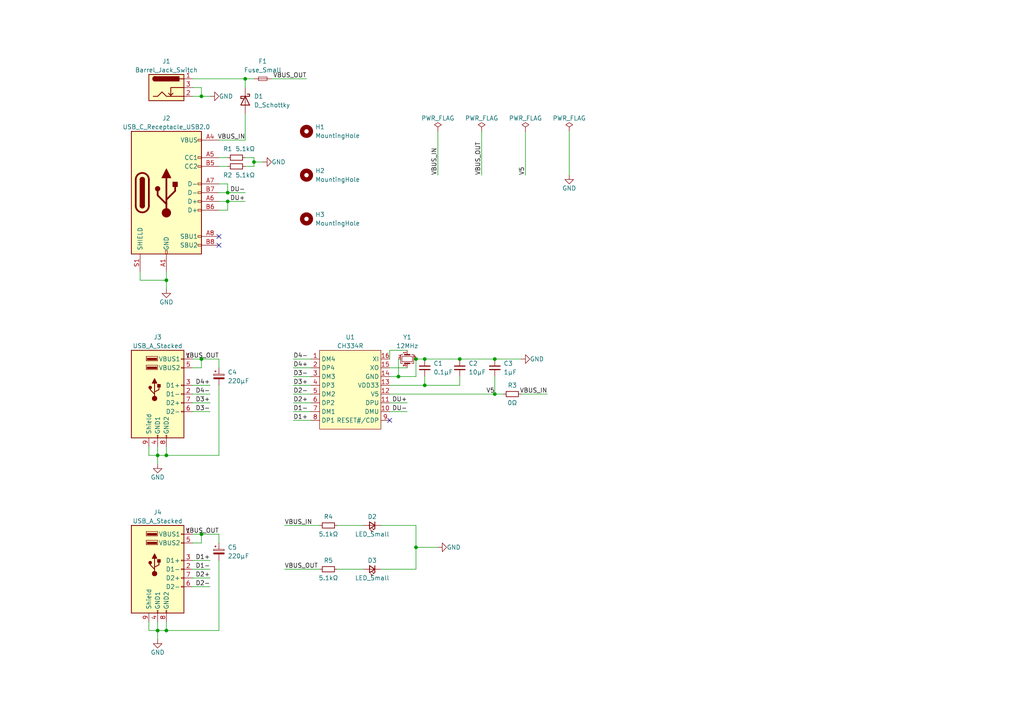
<source format=kicad_sch>
(kicad_sch (version 20211123) (generator eeschema)
  (paper "A4")
  (title_block (title "TinyHub - 4-Port USB Hub with Multi-TT") (date "2022-11-30") (rev "Rev A.2") (company "Metro94 <flattiles@gmail.com>"))
  (lib_symbols
    (symbol "Connector:Barrel_Jack_Switch" (pin_names hide)
      (property "Reference" "J" (at 0 5.334 0))
      (property "Value" "Barrel_Jack_Switch" (at 0 -5.08 0))
      (symbol "Barrel_Jack_Switch_0_1"
        (rectangle (start -5.08 3.81) (end 5.08 -3.81) (stroke (width 0.254)) (fill (type background)))
        (arc (start -3.302 3.175) (mid -3.937 2.54) (end -3.302 1.905) (stroke (width 0.254)))
        (arc (start -3.302 3.175) (mid -3.937 2.54) (end -3.302 1.905) (stroke (width 0.254)) (fill (type outline)))
        (polyline (pts (xy 1.27 -2.286) (xy 1.905 -1.651)) (stroke (width 0.254)))
        (polyline (pts (xy 5.08 2.54) (xy 3.81 2.54)) (stroke (width 0.254)))
        (polyline (pts (xy 5.08 0) (xy 1.27 0) (xy 1.27 -2.286) (xy 0.635 -1.651)) (stroke (width 0.254)))
        (polyline (pts (xy -3.81 -2.54) (xy -2.54 -2.54) (xy -1.27 -1.27) (xy 0 -2.54) (xy 2.54 -2.54) (xy 5.08 -2.54)) (stroke (width 0.254)))
        (rectangle (start 3.683 3.175) (end -3.302 1.905) (stroke (width 0.254)) (fill (type outline)))
      )
      (symbol "Barrel_Jack_Switch_1_1"
        (pin passive line (at 7.62 2.54 180) (length 2.54) (name "~") (number "1"))
        (pin passive line (at 7.62 -2.54 180) (length 2.54) (name "~") (number "2"))
        (pin passive line (at 7.62 0 180) (length 2.54) (name "~") (number "3"))
      )
    )
    (symbol "Connector:USB_A_Stacked" (pin_names (offset 1.016))
      (property "Reference" "J" (at 0 15.875 0))
      (property "Value" "USB_A_Stacked" (at 0 13.97 0))
      (symbol "USB_A_Stacked_0_1"
        (rectangle (start -7.62 12.7) (end 7.62 -12.7) (stroke (width 0.254)) (fill (type background)))
        (circle (center -2.159 1.905) (radius 0.381) (stroke (width 0.254)) (fill (type outline)))
        (circle (center -0.889 -1.27) (radius 0.635) (stroke (width 0.254)) (fill (type outline)))
        (rectangle (start -0.254 7.366) (end -3.048 7.874) (fill (type outline)))
        (rectangle (start -0.254 9.906) (end -3.048 10.414) (fill (type outline)))
        (rectangle (start -0.127 -12.7) (end 0.127 -11.938))
        (polyline (pts (xy -1.524 3.175) (xy -0.254 3.175) (xy -0.889 4.445) (xy -1.524 3.175)) (stroke (width 0.254)) (fill (type outline)))
        (polyline (pts (xy -0.889 -0.635) (xy -0.889 0) (xy -2.159 1.27) (xy -2.159 1.905)) (stroke (width 0.254)))
        (polyline (pts (xy -0.889 0) (xy -0.889 0.635) (xy 0.381 1.27) (xy 0.381 2.54)) (stroke (width 0.254)))
        (rectangle (start 0 2.794) (end 0.762 2.032) (stroke (width 0.254)) (fill (type outline)))
        (rectangle (start 0 7.112) (end -3.302 8.382))
        (rectangle (start 0 9.652) (end -3.302 10.922))
        (rectangle (start 2.413 -12.7) (end 2.667 -11.938))
        (rectangle (start 7.62 -5.207) (end 6.858 -4.953))
        (rectangle (start 7.62 -2.667) (end 6.858 -2.413))
        (rectangle (start 7.62 -0.127) (end 6.858 0.127))
        (rectangle (start 7.62 2.413) (end 6.858 2.667))
        (rectangle (start 7.62 7.493) (end 6.858 7.747))
        (rectangle (start 7.62 10.033) (end 6.858 10.287))
      )
      (symbol "USB_A_Stacked_1_1"
        (polyline (pts (xy -0.889 0.635) (xy -0.889 3.175)) (stroke (width 0.254)))
        (pin power_in line (at 10.16 10.16 180) (length 2.54) (name "VBUS1") (number "1"))
        (pin bidirectional line (at 10.16 0 180) (length 2.54) (name "D1-") (number "2"))
        (pin bidirectional line (at 10.16 2.54 180) (length 2.54) (name "D1+") (number "3"))
        (pin power_in line (at 0 -15.24 90) (length 2.54) (name "GND1") (number "4"))
        (pin power_in line (at 10.16 7.62 180) (length 2.54) (name "VBUS2") (number "5"))
        (pin bidirectional line (at 10.16 -5.08 180) (length 2.54) (name "D2-") (number "6"))
        (pin bidirectional line (at 10.16 -2.54 180) (length 2.54) (name "D2+") (number "7"))
        (pin power_in line (at 2.54 -15.24 90) (length 2.54) (name "GND2") (number "8"))
        (pin passive line (at -2.54 -15.24 90) (length 2.54) (name "Shield") (number "9"))
      )
    )
    (symbol "Connector:USB_C_Receptacle_USB2.0" (pin_names (offset 1.016))
      (property "Reference" "J" (at -10.16 19.05 0))
      (property "Value" "USB_C_Receptacle_USB2.0" (at 19.05 19.05 0))
      (symbol "USB_C_Receptacle_USB2.0_0_0"
        (rectangle (start -0.254 -17.78) (end 0.254 -16.764))
        (rectangle (start 10.16 -14.986) (end 9.144 -15.494))
        (rectangle (start 10.16 -12.446) (end 9.144 -12.954))
        (rectangle (start 10.16 -4.826) (end 9.144 -5.334))
        (rectangle (start 10.16 -2.286) (end 9.144 -2.794))
        (rectangle (start 10.16 0.254) (end 9.144 -0.254))
        (rectangle (start 10.16 2.794) (end 9.144 2.286))
        (rectangle (start 10.16 7.874) (end 9.144 7.366))
        (rectangle (start 10.16 10.414) (end 9.144 9.906))
        (rectangle (start 10.16 15.494) (end 9.144 14.986))
      )
      (symbol "USB_C_Receptacle_USB2.0_0_1"
        (rectangle (start -10.16 17.78) (end 10.16 -17.78) (stroke (width 0.254)) (fill (type background)))
        (arc (start -8.89 -3.81) (mid -6.985 -5.715) (end -5.08 -3.81) (stroke (width 0.508)))
        (arc (start -7.62 -3.81) (mid -6.985 -4.445) (end -6.35 -3.81) (stroke (width 0.254)))
        (arc (start -7.62 -3.81) (mid -6.985 -4.445) (end -6.35 -3.81) (stroke (width 0.254)) (fill (type outline)))
        (rectangle (start -7.62 -3.81) (end -6.35 3.81) (stroke (width 0.254)) (fill (type outline)))
        (arc (start -6.35 3.81) (mid -6.985 4.445) (end -7.62 3.81) (stroke (width 0.254)))
        (arc (start -6.35 3.81) (mid -6.985 4.445) (end -7.62 3.81) (stroke (width 0.254)) (fill (type outline)))
        (arc (start -5.08 3.81) (mid -6.985 5.715) (end -8.89 3.81) (stroke (width 0.508)))
        (circle (center -2.54 1.143) (radius 0.635) (stroke (width 0.254)) (fill (type outline)))
        (circle (center 0 -5.842) (radius 1.27) (fill (type outline)))
        (polyline (pts (xy -8.89 -3.81) (xy -8.89 3.81)) (stroke (width 0.508)))
        (polyline (pts (xy -5.08 3.81) (xy -5.08 -3.81)) (stroke (width 0.508)))
        (polyline (pts (xy 0 -5.842) (xy 0 4.318)) (stroke (width 0.508)))
        (polyline (pts (xy 0 -3.302) (xy -2.54 -0.762) (xy -2.54 0.508)) (stroke (width 0.508)))
        (polyline (pts (xy 0 -2.032) (xy 2.54 0.508) (xy 2.54 1.778)) (stroke (width 0.508)))
        (polyline (pts (xy -1.27 4.318) (xy 0 6.858) (xy 1.27 4.318) (xy -1.27 4.318)) (stroke (width 0.254)) (fill (type outline)))
        (rectangle (start 1.905 1.778) (end 3.175 3.048) (stroke (width 0.254)) (fill (type outline)))
      )
      (symbol "USB_C_Receptacle_USB2.0_1_1"
        (pin passive line (at 0 -22.86 90) (length 5.08) (name "GND") (number "A1"))
        (pin passive line (at 0 -22.86 90) (length 5.08) hide (name "GND") (number "A12"))
        (pin passive line (at 15.24 15.24 180) (length 5.08) (name "VBUS") (number "A4"))
        (pin bidirectional line (at 15.24 10.16 180) (length 5.08) (name "CC1") (number "A5"))
        (pin bidirectional line (at 15.24 -2.54 180) (length 5.08) (name "D+") (number "A6"))
        (pin bidirectional line (at 15.24 2.54 180) (length 5.08) (name "D-") (number "A7"))
        (pin bidirectional line (at 15.24 -12.7 180) (length 5.08) (name "SBU1") (number "A8"))
        (pin passive line (at 15.24 15.24 180) (length 5.08) hide (name "VBUS") (number "A9"))
        (pin passive line (at 0 -22.86 90) (length 5.08) hide (name "GND") (number "B1"))
        (pin passive line (at 0 -22.86 90) (length 5.08) hide (name "GND") (number "B12"))
        (pin passive line (at 15.24 15.24 180) (length 5.08) hide (name "VBUS") (number "B4"))
        (pin bidirectional line (at 15.24 7.62 180) (length 5.08) (name "CC2") (number "B5"))
        (pin bidirectional line (at 15.24 -5.08 180) (length 5.08) (name "D+") (number "B6"))
        (pin bidirectional line (at 15.24 0 180) (length 5.08) (name "D-") (number "B7"))
        (pin bidirectional line (at 15.24 -15.24 180) (length 5.08) (name "SBU2") (number "B8"))
        (pin passive line (at 15.24 15.24 180) (length 5.08) hide (name "VBUS") (number "B9"))
        (pin passive line (at -7.62 -22.86 90) (length 5.08) (name "SHIELD") (number "S1"))
      )
    )
    (symbol "Device:C_Polarized_Small" (pin_numbers hide) (pin_names (offset 0.254) hide)
      (property "Reference" "C" (at 0.254 1.778 0))
      (property "Value" "C_Polarized_Small" (at 0.254 -2.032 0))
      (symbol "C_Polarized_Small_0_1"
        (rectangle (start -1.524 -0.3048) (end 1.524 -0.6858) (fill (type outline)))
        (rectangle (start -1.524 0.6858) (end 1.524 0.3048))
        (polyline (pts (xy -1.27 1.524) (xy -0.762 1.524)))
        (polyline (pts (xy -1.016 1.27) (xy -1.016 1.778)))
      )
      (symbol "C_Polarized_Small_1_1"
        (pin passive line (at 0 2.54 270) (length 1.8542) (name "~") (number "1"))
        (pin passive line (at 0 -2.54 90) (length 1.8542) (name "~") (number "2"))
      )
    )
    (symbol "Device:C_Small" (pin_numbers hide) (pin_names (offset 0.254) hide)
      (property "Reference" "C" (at 0.254 1.778 0))
      (property "Value" "C_Small" (at 0.254 -2.032 0))
      (symbol "C_Small_0_1"
        (polyline (pts (xy -1.524 -0.508) (xy 1.524 -0.508)) (stroke (width 0.3302)))
        (polyline (pts (xy -1.524 0.508) (xy 1.524 0.508)) (stroke (width 0.3048)))
      )
      (symbol "C_Small_1_1"
        (pin passive line (at 0 2.54 270) (length 2.032) (name "~") (number "1"))
        (pin passive line (at 0 -2.54 90) (length 2.032) (name "~") (number "2"))
      )
    )
    (symbol "Device:Crystal_GND24_Small" (pin_names (offset 1.016) hide)
      (property "Reference" "Y" (at 1.27 4.445 0))
      (property "Value" "Crystal_GND24_Small" (at 1.27 2.54 0))
      (symbol "Crystal_GND24_Small_0_1"
        (rectangle (start -0.762 -1.524) (end 0.762 1.524))
        (polyline (pts (xy -1.27 -0.762) (xy -1.27 0.762)) (stroke (width 0.381)))
        (polyline (pts (xy 1.27 -0.762) (xy 1.27 0.762)) (stroke (width 0.381)))
        (polyline (pts (xy -1.27 -1.27) (xy -1.27 -1.905) (xy 1.27 -1.905) (xy 1.27 -1.27)))
        (polyline (pts (xy -1.27 1.27) (xy -1.27 1.905) (xy 1.27 1.905) (xy 1.27 1.27)))
      )
      (symbol "Crystal_GND24_Small_1_1"
        (pin passive line (at -2.54 0 0) (length 1.27) (name "1") (number "1"))
        (pin passive line (at 0 -2.54 90) (length 0.635) (name "2") (number "2"))
        (pin passive line (at 2.54 0 180) (length 1.27) (name "3") (number "3"))
        (pin passive line (at 0 2.54 270) (length 0.635) (name "4") (number "4"))
      )
    )
    (symbol "Device:D_Schottky" (pin_numbers hide) (pin_names (offset 1.016) hide)
      (property "Reference" "D" (at 0 2.54 0))
      (property "Value" "D_Schottky" (at 0 -2.54 0))
      (symbol "D_Schottky_0_1"
        (polyline (pts (xy 1.27 0) (xy -1.27 0)))
        (polyline (pts (xy 1.27 1.27) (xy 1.27 -1.27) (xy -1.27 0) (xy 1.27 1.27)) (stroke (width 0.254)))
        (polyline (pts (xy -1.905 0.635) (xy -1.905 1.27) (xy -1.27 1.27) (xy -1.27 -1.27) (xy -0.635 -1.27) (xy -0.635 -0.635)) (stroke (width 0.254)))
      )
      (symbol "D_Schottky_1_1"
        (pin passive line (at -3.81 0 0) (length 2.54) (name "K") (number "1"))
        (pin passive line (at 3.81 0 180) (length 2.54) (name "A") (number "2"))
      )
    )
    (symbol "Device:Fuse_Small" (pin_numbers hide) (pin_names (offset 0.254) hide)
      (property "Reference" "F" (at 0 -1.524 0))
      (property "Value" "Fuse_Small" (at 0 1.524 0))
      (symbol "Fuse_Small_0_1"
        (rectangle (start -1.27 0.508) (end 1.27 -0.508))
        (polyline (pts (xy -1.27 0) (xy 1.27 0)))
      )
      (symbol "Fuse_Small_1_1"
        (pin passive line (at -2.54 0 0) (length 1.27) (name "~") (number "1"))
        (pin passive line (at 2.54 0 180) (length 1.27) (name "~") (number "2"))
      )
    )
    (symbol "Device:LED_Small" (pin_numbers hide) (pin_names (offset 0.254) hide)
      (property "Reference" "D" (at -1.27 3.175 0))
      (property "Value" "LED_Small" (at -4.445 -2.54 0))
      (symbol "LED_Small_0_1"
        (polyline (pts (xy -0.762 -1.016) (xy -0.762 1.016)) (stroke (width 0.254)))
        (polyline (pts (xy 1.016 0) (xy -0.762 0)))
        (polyline (pts (xy 0.762 -1.016) (xy -0.762 0) (xy 0.762 1.016) (xy 0.762 -1.016)) (stroke (width 0.254)))
        (polyline (pts (xy 0 0.762) (xy -0.508 1.27) (xy -0.254 1.27) (xy -0.508 1.27) (xy -0.508 1.016)))
        (polyline (pts (xy 0.508 1.27) (xy 0 1.778) (xy 0.254 1.778) (xy 0 1.778) (xy 0 1.524)))
      )
      (symbol "LED_Small_1_1"
        (pin passive line (at -2.54 0 0) (length 1.778) (name "K") (number "1"))
        (pin passive line (at 2.54 0 180) (length 1.778) (name "A") (number "2"))
      )
    )
    (symbol "Device:R_Small" (pin_numbers hide) (pin_names (offset 0.254) hide)
      (property "Reference" "R" (at 0.762 0.508 0))
      (property "Value" "R_Small" (at 0.762 -1.016 0))
      (symbol "R_Small_0_1"
        (rectangle (start -0.762 1.778) (end 0.762 -1.778) (stroke (width 0.2032)))
      )
      (symbol "R_Small_1_1"
        (pin passive line (at 0 2.54 270) (length 0.762) (name "~") (number "1"))
        (pin passive line (at 0 -2.54 90) (length 0.762) (name "~") (number "2"))
      )
    )
    (symbol "Mechanical:MountingHole" (pin_names (offset 1.016))
      (property "Reference" "H" (at 0 5.08 0))
      (property "Value" "MountingHole" (at 0 3.175 0))
      (symbol "MountingHole_0_1"
        (circle (center 0 0) (radius 1.27) (stroke (width 1.27)))
      )
    )
    (symbol "WCH_USB:CH334R"
      (property "Reference" "U" (at 0 3.81 0))
      (property "Value" "CH334R" (at 0 1.27 0))
      (symbol "CH334R_0_1"
        (rectangle (start -8.89 0) (end 8.89 -22.86) (stroke (width 0.1524)) (fill (type background)))
      )
      (symbol "CH334R_1_1"
        (pin bidirectional line (at -11.43 -2.54 0) (length 2.54) (name "DM4") (number "1"))
        (pin bidirectional line (at 11.43 -17.78 180) (length 2.54) (name "DMU") (number "10"))
        (pin bidirectional line (at 11.43 -15.24 180) (length 2.54) (name "DPU") (number "11"))
        (pin power_in line (at 11.43 -12.7 180) (length 2.54) (name "V5") (number "12"))
        (pin power_out line (at 11.43 -10.16 180) (length 2.54) (name "VDD33") (number "13"))
        (pin power_in line (at 11.43 -7.62 180) (length 2.54) (name "GND") (number "14"))
        (pin bidirectional line (at 11.43 -5.08 180) (length 2.54) (name "XO") (number "15"))
        (pin bidirectional line (at 11.43 -2.54 180) (length 2.54) (name "XI") (number "16"))
        (pin bidirectional line (at -11.43 -5.08 0) (length 2.54) (name "DP4") (number "2"))
        (pin bidirectional line (at -11.43 -7.62 0) (length 2.54) (name "DM3") (number "3"))
        (pin bidirectional line (at -11.43 -10.16 0) (length 2.54) (name "DP3") (number "4"))
        (pin bidirectional line (at -11.43 -12.7 0) (length 2.54) (name "DM2") (number "5"))
        (pin bidirectional line (at -11.43 -15.24 0) (length 2.54) (name "DP2") (number "6"))
        (pin bidirectional line (at -11.43 -17.78 0) (length 2.54) (name "DM1") (number "7"))
        (pin bidirectional line (at -11.43 -20.32 0) (length 2.54) (name "DP1") (number "8"))
        (pin bidirectional line (at 11.43 -20.32 180) (length 2.54) (name "RESET#/CDP") (number "9"))
      )
    )
    (symbol "power:GND" (power) (pin_names (offset 0))
      (property "Value" "GND" (at 0 -3.81 0))
      (symbol "GND_0_1"
        (polyline (pts (xy 0 0) (xy 0 -1.27) (xy 1.27 -1.27) (xy 0 -2.54) (xy -1.27 -1.27) (xy 0 -1.27)))
      )
      (symbol "GND_1_1"
        (pin power_in line (at 0 0 270) (length 0) hide (name "GND") (number "1"))
      )
    )
    (symbol "power:PWR_FLAG" (power) (pin_numbers hide) (pin_names (offset 0) hide)
      (property "Value" "PWR_FLAG" (at 0 3.81 0))
      (symbol "PWR_FLAG_0_0"
        (pin power_out line (at 0 0 90) (length 0) (name "pwr") (number "1"))
      )
      (symbol "PWR_FLAG_0_1"
        (polyline (pts (xy 0 0) (xy 0 1.27) (xy -1.016 1.905) (xy 0 2.54) (xy 1.016 1.905) (xy 0 1.27)))
      )
    )
  )
  (junction (at 45.72 132.08))
  (junction (at 66.04 58.42))
  (junction (at 115.57 109.22))
  (junction (at 58.42 154.94))
  (junction (at 48.26 81.28))
  (junction (at 120.65 158.75))
  (junction (at 73.66 46.99))
  (junction (at 123.19 104.14))
  (junction (at 120.65 104.14))
  (junction (at 58.42 27.94))
  (junction (at 45.72 182.88))
  (junction (at 48.26 132.08))
  (junction (at 143.51 114.3))
  (junction (at 48.26 182.88))
  (junction (at 71.12 22.86))
  (junction (at 133.35 104.14))
  (junction (at 143.51 104.14))
  (junction (at 58.42 104.14))
  (junction (at 66.04 55.88))
  (junction (at 123.19 111.76))
  (no_connect (at 113.03 121.92))
  (no_connect (at 63.5 71.12))
  (no_connect (at 63.5 68.58))
  (wire (pts (xy 143.51 104.14) (xy 151.13 104.14)))
  (wire (pts (xy 45.72 132.08) (xy 45.72 134.62)))
  (wire (pts (xy 78.74 22.86) (xy 88.9 22.86)))
  (wire (pts (xy 115.57 104.14) (xy 115.57 109.22)))
  (wire (pts (xy 73.66 48.26) (xy 71.12 48.26)))
  (wire (pts (xy 85.09 109.22) (xy 90.17 109.22)))
  (wire (pts (xy 85.09 116.84) (xy 90.17 116.84)))
  (wire (pts (xy 55.88 25.4) (xy 58.42 25.4)))
  (wire (pts (xy 63.5 48.26) (xy 66.04 48.26)))
  (wire (pts (xy 63.5 40.64) (xy 71.12 40.64)))
  (wire (pts (xy 71.12 22.86) (xy 71.12 25.4)))
  (wire (pts (xy 115.57 109.22) (xy 113.03 109.22)))
  (wire (pts (xy 63.5 162.56) (xy 63.5 182.88)))
  (wire (pts (xy 45.72 129.54) (xy 45.72 132.08)))
  (wire (pts (xy 58.42 104.14) (xy 63.5 104.14)))
  (wire (pts (xy 71.12 45.72) (xy 73.66 45.72)))
  (wire (pts (xy 63.5 132.08) (xy 63.5 111.76)))
  (wire (pts (xy 120.65 152.4) (xy 120.65 158.75)))
  (wire (pts (xy 113.03 111.76) (xy 123.19 111.76)))
  (wire (pts (xy 55.88 170.18) (xy 60.96 170.18)))
  (wire (pts (xy 63.5 53.34) (xy 66.04 53.34)))
  (wire (pts (xy 43.18 132.08) (xy 45.72 132.08)))
  (wire (pts (xy 66.04 58.42) (xy 71.12 58.42)))
  (wire (pts (xy 40.64 78.74) (xy 40.64 81.28)))
  (wire (pts (xy 120.65 158.75) (xy 120.65 165.1)))
  (wire (pts (xy 152.4 38.1) (xy 152.4 50.8)))
  (wire (pts (xy 66.04 55.88) (xy 71.12 55.88)))
  (wire (pts (xy 113.03 116.84) (xy 118.11 116.84)))
  (wire (pts (xy 58.42 27.94) (xy 60.96 27.94)))
  (wire (pts (xy 120.65 109.22) (xy 115.57 109.22)))
  (wire (pts (xy 97.79 152.4) (xy 105.41 152.4)))
  (wire (pts (xy 85.09 119.38) (xy 90.17 119.38)))
  (wire (pts (xy 48.26 129.54) (xy 48.26 132.08)))
  (wire (pts (xy 73.66 45.72) (xy 73.66 46.99)))
  (wire (pts (xy 120.65 165.1) (xy 110.49 165.1)))
  (wire (pts (xy 63.5 58.42) (xy 66.04 58.42)))
  (wire (pts (xy 40.64 81.28) (xy 48.26 81.28)))
  (wire (pts (xy 120.65 158.75) (xy 127 158.75)))
  (wire (pts (xy 55.88 116.84) (xy 60.96 116.84)))
  (wire (pts (xy 45.72 180.34) (xy 45.72 182.88)))
  (wire (pts (xy 82.55 165.1) (xy 92.71 165.1)))
  (wire (pts (xy 85.09 114.3) (xy 90.17 114.3)))
  (wire (pts (xy 58.42 106.68) (xy 58.42 104.14)))
  (wire (pts (xy 73.66 46.99) (xy 73.66 48.26)))
  (wire (pts (xy 55.88 111.76) (xy 60.96 111.76)))
  (wire (pts (xy 151.13 114.3) (xy 158.75 114.3)))
  (wire (pts (xy 45.72 132.08) (xy 48.26 132.08)))
  (wire (pts (xy 97.79 165.1) (xy 105.41 165.1)))
  (wire (pts (xy 58.42 154.94) (xy 58.42 157.48)))
  (wire (pts (xy 63.5 60.96) (xy 66.04 60.96)))
  (wire (pts (xy 55.88 165.1) (xy 60.96 165.1)))
  (wire (pts (xy 43.18 129.54) (xy 43.18 132.08)))
  (wire (pts (xy 63.5 182.88) (xy 48.26 182.88)))
  (wire (pts (xy 55.88 167.64) (xy 60.96 167.64)))
  (wire (pts (xy 85.09 106.68) (xy 90.17 106.68)))
  (wire (pts (xy 139.7 38.1) (xy 139.7 50.8)))
  (wire (pts (xy 63.5 104.14) (xy 63.5 106.68)))
  (wire (pts (xy 45.72 182.88) (xy 45.72 185.42)))
  (wire (pts (xy 123.19 111.76) (xy 133.35 111.76)))
  (wire (pts (xy 85.09 104.14) (xy 90.17 104.14)))
  (wire (pts (xy 71.12 22.86) (xy 73.66 22.86)))
  (wire (pts (xy 43.18 182.88) (xy 43.18 180.34)))
  (wire (pts (xy 63.5 154.94) (xy 63.5 157.48)))
  (wire (pts (xy 71.12 40.64) (xy 71.12 33.02)))
  (wire (pts (xy 120.65 104.14) (xy 123.19 104.14)))
  (wire (pts (xy 66.04 53.34) (xy 66.04 55.88)))
  (wire (pts (xy 133.35 104.14) (xy 143.51 104.14)))
  (wire (pts (xy 82.55 152.4) (xy 92.71 152.4)))
  (wire (pts (xy 66.04 60.96) (xy 66.04 58.42)))
  (wire (pts (xy 85.09 111.76) (xy 90.17 111.76)))
  (wire (pts (xy 165.1 38.1) (xy 165.1 50.8)))
  (wire (pts (xy 73.66 46.99) (xy 76.2 46.99)))
  (wire (pts (xy 55.88 106.68) (xy 58.42 106.68)))
  (wire (pts (xy 113.03 101.6) (xy 118.11 101.6)))
  (wire (pts (xy 63.5 45.72) (xy 66.04 45.72)))
  (wire (pts (xy 55.88 114.3) (xy 60.96 114.3)))
  (wire (pts (xy 133.35 109.22) (xy 133.35 111.76)))
  (wire (pts (xy 58.42 25.4) (xy 58.42 27.94)))
  (wire (pts (xy 55.88 22.86) (xy 71.12 22.86)))
  (wire (pts (xy 55.88 119.38) (xy 60.96 119.38)))
  (wire (pts (xy 113.03 114.3) (xy 143.51 114.3)))
  (wire (pts (xy 45.72 182.88) (xy 43.18 182.88)))
  (wire (pts (xy 123.19 104.14) (xy 133.35 104.14)))
  (wire (pts (xy 55.88 154.94) (xy 58.42 154.94)))
  (wire (pts (xy 55.88 157.48) (xy 58.42 157.48)))
  (wire (pts (xy 55.88 162.56) (xy 60.96 162.56)))
  (wire (pts (xy 113.03 106.68) (xy 118.11 106.68)))
  (wire (pts (xy 58.42 154.94) (xy 63.5 154.94)))
  (wire (pts (xy 48.26 180.34) (xy 48.26 182.88)))
  (wire (pts (xy 110.49 152.4) (xy 120.65 152.4)))
  (wire (pts (xy 123.19 109.22) (xy 123.19 111.76)))
  (wire (pts (xy 85.09 121.92) (xy 90.17 121.92)))
  (wire (pts (xy 66.04 55.88) (xy 63.5 55.88)))
  (wire (pts (xy 113.03 104.14) (xy 113.03 101.6)))
  (wire (pts (xy 48.26 132.08) (xy 63.5 132.08)))
  (wire (pts (xy 113.03 119.38) (xy 118.11 119.38)))
  (wire (pts (xy 58.42 104.14) (xy 55.88 104.14)))
  (wire (pts (xy 48.26 182.88) (xy 45.72 182.88)))
  (wire (pts (xy 143.51 114.3) (xy 143.51 109.22)))
  (wire (pts (xy 143.51 114.3) (xy 146.05 114.3)))
  (wire (pts (xy 48.26 81.28) (xy 48.26 83.82)))
  (wire (pts (xy 127 38.1) (xy 127 50.8)))
  (wire (pts (xy 48.26 78.74) (xy 48.26 81.28)))
  (wire (pts (xy 55.88 27.94) (xy 58.42 27.94)))
  (wire (pts (xy 120.65 104.14) (xy 120.65 109.22)))
  (label "VBUS_IN" (at 71.12 40.64 180))
  (label "VBUS_OUT" (at 63.5 104.14 180))
  (label "DU+" (at 71.12 58.42 180))
  (label "VBUS_IN" (at 158.75 114.3 180))
  (label "DU-" (at 118.11 119.38 180))
  (label "D3+" (at 85.09 111.76 0))
  (label "D3-" (at 60.96 119.38 180))
  (label "D4+" (at 60.96 111.76 180))
  (label "VBUS_OUT" (at 63.5 154.94 180))
  (label "D4-" (at 60.96 114.3 180))
  (label "V5" (at 152.4 50.8 90))
  (label "VBUS_OUT" (at 139.7 50.8 90))
  (label "D1-" (at 60.96 165.1 180))
  (label "D4+" (at 85.09 106.68 0))
  (label "VBUS_OUT" (at 82.55 165.1 0))
  (label "DU-" (at 71.12 55.88 180))
  (label "VBUS_IN" (at 82.55 152.4 0))
  (label "D1+" (at 60.96 162.56 180))
  (label "D2-" (at 85.09 114.3 0))
  (label "DU+" (at 118.11 116.84 180))
  (label "VBUS_IN" (at 127 50.8 90))
  (label "VBUS_OUT" (at 88.9 22.86 180))
  (label "D1+" (at 85.09 121.92 0))
  (label "D3+" (at 60.96 116.84 180))
  (label "D2+" (at 60.96 167.64 180))
  (label "D2+" (at 85.09 116.84 0))
  (label "D4-" (at 85.09 104.14 0))
  (label "V5" (at 143.51 114.3 180))
  (label "D1-" (at 85.09 119.38 0))
  (label "D3-" (at 85.09 109.22 0))
  (label "D2-" (at 60.96 170.18 180))
  (symbol (lib_id "Device:C_Small") (at 143.51 106.68 0) (unit 1)
    (property "Reference" "C3" (at 146.05 105.41 0) (effects (justify left)))
    (property "Value" "1μF" (at 146.05 107.95 0) (effects (justify left)))
    (property "Footprint" "Capacitor_SMD:C_0603_1608Metric" (effects hide))
  )
  (symbol (lib_id "Mechanical:MountingHole") (at 88.9 38.1 0) (unit 1)
    (property "Reference" "H1" (at 91.44 36.83 0) (effects (justify left)))
    (property "Value" "MountingHole" (at 91.44 39.37 0) (effects (justify left)))
    (property "Footprint" "MountingHole:MountingHole_2.2mm_M2" (effects hide))
  )
  (symbol (lib_id "Device:C_Polarized_Small") (at 63.5 109.22 0) (unit 1)
    (property "Reference" "C4" (at 66.04 107.95 0) (effects (justify left)))
    (property "Value" "220μF" (at 66.04 110.49 0) (effects (justify left)))
    (property "Footprint" "Capacitor_THT:CP_Radial_D6.3mm_P2.50mm" (effects hide))
  )
  (symbol (lib_id "WCH_USB:CH334R") (at 101.6 101.6 0) (unit 1)
    (property "Reference" "U1" (at 101.6 97.79 0))
    (property "Value" "CH334R" (at 101.6 100.33 0))
    (property "Footprint" "Package_SO:QSOP-16_3.9x4.9mm_P0.635mm" (effects hide))
  )
  (symbol (lib_id "power:GND") (at 76.2 46.99 90) (unit 1)
    (property "Reference" "#PWR02" (effects hide))
    (property "Value" "GND" (at 78.74 46.99 90) (effects (justify right)))
  )
  (symbol (lib_id "power:PWR_FLAG") (at 139.7 38.1 0) (unit 1)
    (property "Reference" "#FLG04" (effects hide))
    (property "Value" "PWR_FLAG" (at 139.7 34.29 0))
  )
  (symbol (lib_id "power:GND") (at 48.26 83.82 0) (unit 1)
    (property "Reference" "#PWR03" (effects hide))
    (property "Value" "GND" (at 48.26 87.63 0))
  )
  (symbol (lib_id "Device:Crystal_GND24_Small") (at 118.11 104.14 270) (unit 1)
    (property "Reference" "Y1" (at 118.11 97.79 90))
    (property "Value" "12MHz" (at 118.11 100.33 90))
    (property "Footprint" "Crystal:Crystal_SMD_3225-4Pin_3.2x2.5mm" (effects hide))
  )
  (symbol (lib_id "Device:C_Polarized_Small") (at 63.5 160.02 0) (unit 1)
    (property "Reference" "C5" (at 66.04 158.75 0) (effects (justify left)))
    (property "Value" "220μF" (at 66.04 161.29 0) (effects (justify left)))
    (property "Footprint" "Capacitor_THT:CP_Radial_D6.3mm_P2.50mm" (effects hide))
  )
  (symbol (lib_id "power:GND") (at 127 158.75 90) (unit 1)
    (property "Reference" "#PWR08" (effects hide))
    (property "Value" "GND" (at 129.54 158.75 90) (effects (justify right)))
  )
  (symbol (lib_id "power:GND") (at 45.72 185.42 0) (unit 1)
    (property "Reference" "#PWR06" (effects hide))
    (property "Value" "GND" (at 45.72 189.23 0))
  )
  (symbol (lib_id "Connector:USB_C_Receptacle_USB2.0") (at 48.26 55.88 0) (unit 1)
    (property "Reference" "J2" (at 48.26 34.29 0))
    (property "Value" "USB_C_Receptacle_USB2.0" (at 48.26 36.83 0))
    (property "Footprint" "Connector_USB:USB_C_Receptacle_Palconn_UTC16-G" (effects hide))
    (property "Datasheet" "https://www.usb.org/sites/default/files/documents/usb_type-c.zip" (effects hide))
  )
  (symbol (lib_id "Connector:USB_A_Stacked") (at 45.72 114.3 0) (unit 1)
    (property "Reference" "J3" (at 45.72 97.79 0))
    (property "Value" "USB_A_Stacked" (at 45.72 100.33 0))
    (property "Footprint" "USB_Offset:USB_Offset_Stacked" (effects hide))
    (property "Datasheet" " ~" (effects hide))
  )
  (symbol (lib_id "Device:C_Small") (at 123.19 106.68 0) (unit 1)
    (property "Reference" "C1" (at 125.73 105.41 0) (effects (justify left)))
    (property "Value" "0.1μF" (at 125.73 107.95 0) (effects (justify left)))
    (property "Footprint" "Capacitor_SMD:C_0603_1608Metric" (effects hide))
  )
  (symbol (lib_id "power:GND") (at 165.1 50.8 0) (unit 1)
    (property "Reference" "#PWR07" (effects hide))
    (property "Value" "GND" (at 165.1 54.61 0))
  )
  (symbol (lib_id "Device:C_Small") (at 133.35 106.68 0) (unit 1)
    (property "Reference" "C2" (at 135.89 105.41 0) (effects (justify left)))
    (property "Value" "10μF" (at 135.89 107.95 0) (effects (justify left)))
    (property "Footprint" "Capacitor_SMD:C_0603_1608Metric" (effects hide))
  )
  (symbol (lib_id "power:PWR_FLAG") (at 165.1 38.1 0) (unit 1)
    (property "Reference" "#FLG03" (effects hide))
    (property "Value" "PWR_FLAG" (at 165.1 34.29 0))
  )
  (symbol (lib_id "Device:R_Small") (at 148.59 114.3 90) (unit 1)
    (property "Reference" "R3" (at 148.59 111.76 90))
    (property "Value" "0Ω" (at 148.59 116.84 90))
    (property "Footprint" "Resistor_SMD:R_0603_1608Metric" (effects hide))
  )
  (symbol (lib_id "power:PWR_FLAG") (at 152.4 38.1 0) (unit 1)
    (property "Reference" "#FLG02" (effects hide))
    (property "Value" "PWR_FLAG" (at 152.4 34.29 0))
  )
  (symbol (lib_id "Mechanical:MountingHole") (at 88.9 50.8 0) (unit 1)
    (property "Reference" "H2" (at 91.44 49.53 0) (effects (justify left)))
    (property "Value" "MountingHole" (at 91.44 52.07 0) (effects (justify left)))
    (property "Footprint" "MountingHole:MountingHole_2.2mm_M2" (effects hide))
  )
  (symbol (lib_id "Connector:USB_A_Stacked") (at 45.72 165.1 0) (unit 1)
    (property "Reference" "J4" (at 45.72 148.59 0))
    (property "Value" "USB_A_Stacked" (at 45.72 151.13 0))
    (property "Footprint" "USB_Offset:USB_Offset_Stacked" (effects hide))
    (property "Datasheet" " ~" (effects hide))
  )
  (symbol (lib_id "power:GND") (at 151.13 104.14 90) (unit 1)
    (property "Reference" "#PWR04" (effects hide))
    (property "Value" "GND" (at 153.67 104.14 90) (effects (justify right)))
  )
  (symbol (lib_id "power:GND") (at 45.72 134.62 0) (unit 1)
    (property "Reference" "#PWR05" (effects hide))
    (property "Value" "GND" (at 45.72 138.43 0))
  )
  (symbol (lib_id "Device:R_Small") (at 68.58 48.26 90) (unit 1)
    (property "Reference" "R2" (at 66.04 50.8 90))
    (property "Value" "5.1kΩ" (at 71.12 50.8 90))
    (property "Footprint" "Resistor_SMD:R_0603_1608Metric" (effects hide))
  )
  (symbol (lib_id "Device:LED_Small") (at 107.95 152.4 180) (unit 1)
    (property "Reference" "D2" (at 107.95 149.86 0))
    (property "Value" "LED_Small" (at 107.95 154.94 0))
    (property "Footprint" "LED_SMD:LED_0805_2012Metric" (effects hide))
  )
  (symbol (lib_id "Device:D_Schottky") (at 71.12 29.21 270) (unit 1)
    (property "Reference" "D1" (at 73.66 27.94 90) (effects (justify left)))
    (property "Value" "D_Schottky" (at 73.66 30.48 90) (effects (justify left)))
    (property "Footprint" "Diode_SMD:D_SMA" (effects hide))
  )
  (symbol (lib_id "Connector:Barrel_Jack_Switch") (at 48.26 25.4 0) (unit 1)
    (property "Reference" "J1" (at 48.26 17.78 0))
    (property "Value" "Barrel_Jack_Switch" (at 48.26 20.32 0))
    (property "Footprint" "Connector_BarrelJack:BarrelJack_Horizontal" (effects hide))
  )
  (symbol (lib_id "power:GND") (at 60.96 27.94 90) (unit 1)
    (property "Reference" "#PWR01" (effects hide))
    (property "Value" "GND" (at 63.5 27.94 90) (effects (justify right)))
  )
  (symbol (lib_id "Device:LED_Small") (at 107.95 165.1 180) (unit 1)
    (property "Reference" "D3" (at 107.95 162.56 0))
    (property "Value" "LED_Small" (at 107.95 167.64 0))
    (property "Footprint" "LED_SMD:LED_0805_2012Metric" (effects hide))
  )
  (symbol (lib_id "Mechanical:MountingHole") (at 88.9 63.5 0) (unit 1)
    (property "Reference" "H3" (at 91.44 62.23 0) (effects (justify left)))
    (property "Value" "MountingHole" (at 91.44 64.77 0) (effects (justify left)))
    (property "Footprint" "MountingHole:MountingHole_2.2mm_M2" (effects hide))
  )
  (symbol (lib_id "Device:R_Small") (at 95.25 165.1 90) (unit 1)
    (property "Reference" "R5" (at 95.25 162.56 90))
    (property "Value" "5.1kΩ" (at 95.25 167.64 90))
    (property "Footprint" "Resistor_SMD:R_0603_1608Metric" (effects hide))
  )
  (symbol (lib_id "power:PWR_FLAG") (at 127 38.1 0) (unit 1)
    (property "Reference" "#FLG01" (effects hide))
    (property "Value" "PWR_FLAG" (at 127 34.29 0))
  )
  (symbol (lib_id "Device:R_Small") (at 95.25 152.4 90) (unit 1)
    (property "Reference" "R4" (at 95.25 149.86 90))
    (property "Value" "5.1kΩ" (at 95.25 154.94 90))
    (property "Footprint" "Resistor_SMD:R_0603_1608Metric" (effects hide))
  )
  (symbol (lib_id "Device:R_Small") (at 68.58 45.72 90) (unit 1)
    (property "Reference" "R1" (at 66.04 43.18 90))
    (property "Value" "5.1kΩ" (at 71.12 43.18 90))
    (property "Footprint" "Resistor_SMD:R_0603_1608Metric" (effects hide))
  )
  (symbol (lib_id "Device:Fuse_Small") (at 76.2 22.86 0) (unit 1)
    (property "Reference" "F1" (at 76.2 17.78 0))
    (property "Value" "Fuse_Small" (at 76.2 20.32 0))
    (property "Footprint" "Fuse:Fuse_1812_4532Metric" (effects hide))
  )
)
</source>
